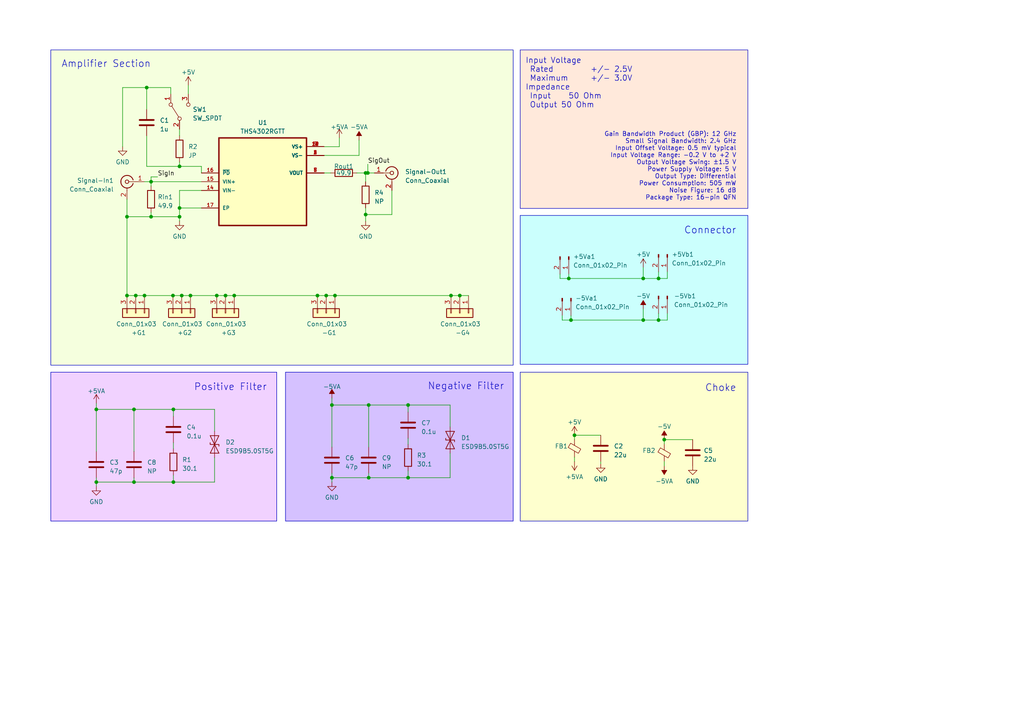
<source format=kicad_sch>
(kicad_sch (version 20250114) (generator "eeschema") (generator_version "9.0")
  (paper "A4")
  (title_block (title "RF Amplifier Based on The TI THS4302") (date "2024-03-24") (rev "1.0"))
  (lib_symbols
    (symbol "Connector:Conn_01x02_Pin" (pin_names (offset 1.016) (hide yes))
      (property "Reference" "J" (at 0 2.54 0))
      (property "Value" "Conn_01x02_Pin" (at 0 -5.08 0))
      (symbol "Conn_01x02_Pin_1_1"
        (rectangle (start 0.8636 0.127) (end 0 -0.127) (stroke (width 0.1524)) (fill (type outline)))
        (rectangle (start 0.8636 -2.413) (end 0 -2.667) (stroke (width 0.1524)) (fill (type outline)))
        (polyline (pts (xy 1.27 0) (xy 0.8636 0)) (stroke (width 0.1524)))
        (polyline (pts (xy 1.27 -2.54) (xy 0.8636 -2.54)) (stroke (width 0.1524)))
        (pin passive line (at 5.08 0 180) (length 3.81) (name "Pin_1") (number "1"))
        (pin passive line (at 5.08 -2.54 180) (length 3.81) (name "Pin_2") (number "2"))
      )
    )
    (symbol "Connector:Conn_Coaxial" (pin_names (offset 1.016) (hide yes))
      (property "Reference" "J" (at 0.254 3.048 0))
      (property "Value" "Conn_Coaxial" (at 2.921 0 90))
      (symbol "Conn_Coaxial_0_1"
        (polyline (pts (xy -2.54 0) (xy -0.508 0)))
        (arc (start 1.778 0) (mid 0.222 -1.8079) (end -1.778 -0.508) (stroke (width 0.254)))
        (arc (start -1.778 0.508) (mid 0.2221 1.8084) (end 1.778 0) (stroke (width 0.254)))
        (circle (center 0 0) (radius 0.508) (stroke (width 0.2032)))
        (polyline (pts (xy 0 -2.54) (xy 0 -1.778)))
      )
      (symbol "Conn_Coaxial_1_1"
        (pin passive line (at -5.08 0 0) (length 2.54) (name "In") (number "1"))
        (pin passive line (at 0 -5.08 90) (length 2.54) (name "Ext") (number "2"))
      )
    )
    (symbol "Connector_Generic:Conn_01x03" (pin_names (offset 1.016) (hide yes))
      (property "Reference" "J" (at 0 5.08 0))
      (property "Value" "Conn_01x03" (at 0 -5.08 0))
      (symbol "Conn_01x03_1_1"
        (rectangle (start -1.27 3.81) (end 1.27 -3.81) (stroke (width 0.254)) (fill (type background)))
        (rectangle (start -1.27 2.667) (end 0 2.413) (stroke (width 0.1524)))
        (rectangle (start -1.27 0.127) (end 0 -0.127) (stroke (width 0.1524)))
        (rectangle (start -1.27 -2.413) (end 0 -2.667) (stroke (width 0.1524)))
        (pin passive line (at -5.08 2.54 0) (length 3.81) (name "Pin_1") (number "1"))
        (pin passive line (at -5.08 0 0) (length 3.81) (name "Pin_2") (number "2"))
        (pin passive line (at -5.08 -2.54 0) (length 3.81) (name "Pin_3") (number "3"))
      )
    )
    (symbol "Device:C" (pin_numbers (hide yes)) (pin_names (offset 0.254))
      (property "Reference" "C" (at 0.635 2.54 0))
      (property "Value" "C" (at 0.635 -2.54 0))
      (symbol "C_0_1"
        (polyline (pts (xy -2.032 0.762) (xy 2.032 0.762)) (stroke (width 0.508)))
        (polyline (pts (xy -2.032 -0.762) (xy 2.032 -0.762)) (stroke (width 0.508)))
      )
      (symbol "C_1_1"
        (pin passive line (at 0 3.81 270) (length 2.794) (name "~") (number "1"))
        (pin passive line (at 0 -3.81 90) (length 2.794) (name "~") (number "2"))
      )
    )
    (symbol "Device:FerriteBead_Small" (pin_numbers (hide yes)) (pin_names (offset 0))
      (property "Reference" "FB" (at 1.905 1.27 0))
      (property "Value" "FerriteBead_Small" (at 1.905 -1.27 0))
      (symbol "FerriteBead_Small_0_1"
        (polyline (pts (xy -1.8288 0.2794) (xy -1.1176 1.4986) (xy 1.8288 -0.2032) (xy 1.1176 -1.4224) (xy -1.8288 0.2794)))
        (polyline (pts (xy 0 0.889) (xy 0 1.2954)))
        (polyline (pts (xy 0 -1.27) (xy 0 -0.7874)))
      )
      (symbol "FerriteBead_Small_1_1"
        (pin passive line (at 0 2.54 270) (length 1.27) (name "~") (number "1"))
        (pin passive line (at 0 -2.54 90) (length 1.27) (name "~") (number "2"))
      )
    )
    (symbol "Device:R" (pin_numbers (hide yes)) (pin_names (offset 0))
      (property "Reference" "R" (at 2.032 0 90))
      (property "Value" "R" (at 0 0 90))
      (symbol "R_0_1"
        (rectangle (start -1.016 -2.54) (end 1.016 2.54) (stroke (width 0.254)))
      )
      (symbol "R_1_1"
        (pin passive line (at 0 3.81 270) (length 1.27) (name "~") (number "1"))
        (pin passive line (at 0 -3.81 90) (length 1.27) (name "~") (number "2"))
      )
    )
    (symbol "Diode:ESD9B5.0ST5G" (pin_numbers (hide yes)) (pin_names (offset 1.016) (hide yes))
      (property "Reference" "D" (at 0 2.54 0))
      (property "Value" "ESD9B5.0ST5G" (at 0 -2.54 0))
      (symbol "ESD9B5.0ST5G_0_1"
        (polyline (pts (xy -2.54 -1.27) (xy 0 0) (xy -2.54 1.27) (xy -2.54 -1.27)) (stroke (width 0.2032)))
        (polyline (pts (xy 0.508 1.27) (xy 0 1.27) (xy 0 -1.27) (xy -0.508 -1.27)) (stroke (width 0.2032)))
        (polyline (pts (xy 1.27 0) (xy -1.27 0)))
        (polyline (pts (xy 2.54 1.27) (xy 2.54 -1.27) (xy 0 0) (xy 2.54 1.27)) (stroke (width 0.2032)))
      )
      (symbol "ESD9B5.0ST5G_1_1"
        (pin passive line (at -3.81 0 0) (length 2.54) (name "A1") (number "1"))
        (pin passive line (at 3.81 0 180) (length 2.54) (name "A2") (number "2"))
      )
    )
    (symbol "Switch:SW_SPDT" (pin_names (offset 0) (hide yes))
      (property "Reference" "SW" (at 0 4.318 0))
      (property "Value" "SW_SPDT" (at 0 -5.08 0))
      (symbol "SW_SPDT_0_0"
        (circle (center -2.032 0) (radius 0.508))
        (circle (center 2.032 -2.54) (radius 0.508))
      )
      (symbol "SW_SPDT_0_1"
        (polyline (pts (xy -1.524 0.254) (xy 1.651 2.286)))
        (circle (center 2.032 2.54) (radius 0.508))
      )
      (symbol "SW_SPDT_1_1"
        (pin passive line (at -5.08 0 0) (length 2.54) (name "B") (number "2"))
        (pin passive line (at 5.08 2.54 180) (length 2.54) (name "A") (number "1"))
        (pin passive line (at 5.08 -2.54 180) (length 2.54) (name "C") (number "3"))
      )
    )
    (symbol "THS4302RGTT:THS4302RGTT" (pin_names (offset 1.016))
      (property "Reference" "U" (at -12.7 13.7 0))
      (property "Value" "THS4302RGTT" (at -12.7 -16.7 0))
      (symbol "THS4302RGTT_0_0"
        (rectangle (start -12.7 -12.7) (end 12.7 12.7) (stroke (width 0.41)) (fill (type background)))
        (pin input line (at -17.78 2.54 0) (length 5.08) (name "~{PD}") (number "16"))
        (pin input line (at -17.78 0 0) (length 5.08) (name "VIN+") (number "15"))
        (pin input line (at -17.78 -2.54 0) (length 5.08) (name "VIN-") (number "14"))
        (pin bidirectional line (at -17.78 -7.62 0) (length 5.08) (name "EP") (number "17"))
        (pin power_in line (at 17.78 10.16 180) (length 5.08) (name "VS+") (number "10"))
        (pin power_in line (at 17.78 10.16 180) (length 5.08) (name "VS+") (number "11"))
        (pin power_in line (at 17.78 10.16 180) (length 5.08) (name "VS+") (number "12"))
        (pin power_in line (at 17.78 10.16 180) (length 5.08) (name "VS+") (number "9"))
        (pin power_in line (at 17.78 7.62 180) (length 5.08) (name "VS-") (number "1"))
        (pin power_in line (at 17.78 7.62 180) (length 5.08) (name "VS-") (number "2"))
        (pin power_in line (at 17.78 7.62 180) (length 5.08) (name "VS-") (number "3"))
        (pin power_in line (at 17.78 7.62 180) (length 5.08) (name "VS-") (number "4"))
        (pin output line (at 17.78 2.54 180) (length 5.08) (name "VOUT") (number "5"))
        (pin output line (at 17.78 2.54 180) (length 5.08) (name "VOUT") (number "6"))
        (pin output line (at 17.78 2.54 180) (length 5.08) (name "VOUT") (number "7"))
        (pin output line (at 17.78 2.54 180) (length 5.08) (name "VOUT") (number "8"))
      )
    )
    (symbol "power:+5V" (power) (pin_names (offset 0))
      (property "Value" "+5V" (at 0 3.556 0))
      (symbol "+5V_0_1"
        (polyline (pts (xy -0.762 1.27) (xy 0 2.54)))
        (polyline (pts (xy 0 2.54) (xy 0.762 1.27)))
        (polyline (pts (xy 0 0) (xy 0 2.54)))
      )
      (symbol "+5V_1_1"
        (pin power_in line (at 0 0 90) (length 0) (hide yes) (name "+5V") (number "1"))
      )
    )
    (symbol "power:+5VA" (power) (pin_names (offset 0))
      (property "Value" "+5VA" (at 0 3.556 0))
      (symbol "+5VA_0_1"
        (polyline (pts (xy -0.762 1.27) (xy 0 2.54)))
        (polyline (pts (xy 0 2.54) (xy 0.762 1.27)))
        (polyline (pts (xy 0 0) (xy 0 2.54)))
      )
      (symbol "+5VA_1_1"
        (pin power_in line (at 0 0 90) (length 0) (hide yes) (name "+5VA") (number "1"))
      )
    )
    (symbol "power:-5V" (power) (pin_names (offset 0))
      (property "Value" "-5V" (at 0 3.81 0))
      (symbol "-5V_0_0"
        (pin power_in line (at 0 0 90) (length 0) (hide yes) (name "-5V") (number "1"))
      )
      (symbol "-5V_0_1"
        (polyline (pts (xy 0 0) (xy 0 1.27) (xy 0.762 1.27) (xy 0 2.54) (xy -0.762 1.27) (xy 0 1.27)) (fill (type outline)))
      )
    )
    (symbol "power:-5VA" (power) (pin_names (offset 0))
      (property "Value" "-5VA" (at 0 3.81 0))
      (symbol "-5VA_0_0"
        (pin power_in line (at 0 0 90) (length 0) (hide yes) (name "-5VA") (number "1"))
      )
      (symbol "-5VA_0_1"
        (polyline (pts (xy 0 0) (xy 0 1.27) (xy 0.762 1.27) (xy 0 2.54) (xy -0.762 1.27) (xy 0 1.27)) (fill (type outline)))
      )
    )
    (symbol "power:GND" (power) (pin_names (offset 0))
      (property "Value" "GND" (at 0 -3.81 0))
      (symbol "GND_0_1"
        (polyline (pts (xy 0 0) (xy 0 -1.27) (xy 1.27 -1.27) (xy 0 -2.54) (xy -1.27 -1.27) (xy 0 -1.27)))
      )
      (symbol "GND_1_1"
        (pin power_in line (at 0 0 270) (length 0) (hide yes) (name "GND") (number "1"))
      )
    )
  )
  (rectangle (start 14.732 107.95) (end 80.264 151.13) (fill (type color) (color 206 103 255 0.3)))
  (rectangle (start 150.876 14.478) (end 216.916 60.452) (fill (type color) (color 255 181 136 0.3)))
  (rectangle (start 150.876 107.95) (end 216.916 151.13) (fill (type color) (color 251 255 92 0.3)))
  (rectangle (start 82.804 107.95) (end 148.844 151.13) (fill (type color) (color 113 48 255 0.3)))
  (rectangle (start 14.732 14.478) (end 148.844 105.918) (fill (type color) (color 222 255 143 0.3)))
  (rectangle (start 150.876 62.484) (end 216.916 105.664) (fill (type color) (color 83 255 247 0.3)))
  (text "Positive Filter" (at 77.47 113.538 0) (effects (font (size 2 2)) (justify right bottom)))
  (text "Amplifier Section" (at 17.78 19.812 0) (effects (font (size 2 2)) (justify left bottom)))
  (text "Input Voltage\n Rated 		+/- 2.5V\n Maximum	+/- 3.0V \nImpedance\n Input 	50 Ohm\n Output 50 Ohm" (at 152.4 31.496 0) (effects (font (size 1.6 1.6)) (justify left bottom)))
  (text "Choke" (at 213.614 113.792 0) (effects (font (size 2 2)) (justify right bottom)))
  (text "Negative Filter" (at 146.304 113.284 0) (effects (font (size 2 2)) (justify right bottom)))
  (text "Connector" (at 213.614 68.072 0) (effects (font (size 2 2)) (justify right bottom)))
  (text "Gain Bandwidth Product (GBP): 12 GHz\nSmall Signal Bandwidth: 2.4 GHz\nInput Offset Voltage: 0.5 mV typical\nInput Voltage Range: -0.2 V to +2 V\nOutput Voltage Swing: ±1.5 V\nPower Supply Voltage: 5 V\nOutput Type: Differential\nPower Consumption: 505 mW\nNoise Figure: 16 dB\nPackage Type: 16-pin QFN" (at 213.614 58.166 0) (effects (font (size 1.27 1.27)) (justify right bottom)))
  (junction (at 97.155 85.725))
  (junction (at 106.934 138.557))
  (junction (at 191.008 92.837))
  (junction (at 52.07 48.26))
  (junction (at 36.83 85.725))
  (junction (at 192.659 127.508))
  (junction (at 27.94 118.745))
  (junction (at 50.292 118.745))
  (junction (at 38.862 139.827))
  (junction (at 27.94 139.827))
  (junction (at 39.37 85.725))
  (junction (at 43.815 52.705))
  (junction (at 118.364 138.557))
  (junction (at 106.045 50.165))
  (junction (at 43.815 62.865))
  (junction (at 106.68 50.165))
  (junction (at 92.075 85.725))
  (junction (at 52.705 85.725))
  (junction (at 96.266 138.557))
  (junction (at 186.563 80.772))
  (junction (at 133.35 85.725))
  (junction (at 50.292 139.827))
  (junction (at 50.165 85.725))
  (junction (at 106.934 117.475))
  (junction (at 191.008 80.772))
  (junction (at 186.563 92.837))
  (junction (at 38.862 118.745))
  (junction (at 94.615 85.725))
  (junction (at 41.91 85.725))
  (junction (at 118.364 117.475))
  (junction (at 67.945 85.725))
  (junction (at 52.07 60.325))
  (junction (at 65.405 85.725))
  (junction (at 55.245 85.725))
  (junction (at 130.81 85.725))
  (junction (at 96.266 117.475))
  (junction (at 164.973 80.772))
  (junction (at 165.608 92.837))
  (junction (at 42.545 25.4))
  (junction (at 62.865 85.725))
  (junction (at 36.83 62.865))
  (junction (at 166.624 126.238))
  (junction (at 52.07 62.865))
  (junction (at 106.045 62.23))
  (wire (pts (xy 49.53 27.305) (xy 49.53 25.4)))
  (wire (pts (xy 118.364 127.127) (xy 118.364 128.905)))
  (wire (pts (xy 27.94 116.967) (xy 27.94 118.745)))
  (wire (pts (xy 36.83 85.725) (xy 39.37 85.725)))
  (wire (pts (xy 118.364 117.475) (xy 118.364 119.507)))
  (wire (pts (xy 193.548 90.932) (xy 193.548 92.837)))
  (wire (pts (xy 92.075 85.725) (xy 94.615 85.725)))
  (wire (pts (xy 193.548 80.772) (xy 191.008 80.772)))
  (wire (pts (xy 36.83 62.865) (xy 43.815 62.865)))
  (wire (pts (xy 166.624 132.588) (xy 166.624 133.858)))
  (wire (pts (xy 50.292 118.745) (xy 62.23 118.745)))
  (wire (pts (xy 55.245 85.725) (xy 62.865 85.725)))
  (wire (pts (xy 38.862 139.827) (xy 50.292 139.827)))
  (wire (pts (xy 62.23 139.827) (xy 50.292 139.827)))
  (wire (pts (xy 96.266 138.557) (xy 106.934 138.557)))
  (wire (pts (xy 36.83 57.785) (xy 36.83 62.865)))
  (wire (pts (xy 52.07 60.325) (xy 58.42 60.325)))
  (wire (pts (xy 52.705 85.725) (xy 55.245 85.725)))
  (wire (pts (xy 106.934 138.557) (xy 118.364 138.557)))
  (wire (pts (xy 50.165 85.725) (xy 52.705 85.725)))
  (wire (pts (xy 43.815 51.308) (xy 43.815 52.705)))
  (wire (pts (xy 62.23 132.715) (xy 62.23 139.827)))
  (wire (pts (xy 165.608 92.837) (xy 186.563 92.837)))
  (wire (pts (xy 38.862 118.745) (xy 50.292 118.745)))
  (wire (pts (xy 106.934 137.287) (xy 106.934 138.557)))
  (wire (pts (xy 94.615 85.725) (xy 97.155 85.725)))
  (wire (pts (xy 27.94 138.557) (xy 27.94 139.827)))
  (wire (pts (xy 192.659 127.508) (xy 200.914 127.508)))
  (wire (pts (xy 106.68 47.625) (xy 106.68 50.165)))
  (wire (pts (xy 41.91 85.725) (xy 50.165 85.725)))
  (wire (pts (xy 98.425 40.005) (xy 98.425 42.545)))
  (wire (pts (xy 106.045 50.165) (xy 106.68 50.165)))
  (wire (pts (xy 174.244 133.858) (xy 174.244 134.493)))
  (wire (pts (xy 27.94 118.745) (xy 38.862 118.745)))
  (wire (pts (xy 52.07 46.99) (xy 52.07 48.26)))
  (wire (pts (xy 165.608 91.567) (xy 165.608 92.837)))
  (wire (pts (xy 166.624 126.238) (xy 174.244 126.238)))
  (wire (pts (xy 93.98 50.165) (xy 95.885 50.165)))
  (wire (pts (xy 50.292 128.397) (xy 50.292 130.175)))
  (wire (pts (xy 43.815 62.865) (xy 52.07 62.865)))
  (wire (pts (xy 163.068 91.567) (xy 163.068 92.837)))
  (wire (pts (xy 58.42 48.26) (xy 52.07 48.26)))
  (wire (pts (xy 62.23 125.095) (xy 62.23 118.745)))
  (wire (pts (xy 130.556 131.445) (xy 130.556 138.557)))
  (wire (pts (xy 113.665 55.245) (xy 113.665 62.23)))
  (wire (pts (xy 38.862 118.745) (xy 38.862 130.937)))
  (wire (pts (xy 106.68 50.165) (xy 108.585 50.165)))
  (wire (pts (xy 103.505 50.165) (xy 106.045 50.165)))
  (wire (pts (xy 186.563 80.772) (xy 191.008 80.772)))
  (wire (pts (xy 192.659 133.858) (xy 192.659 135.128)))
  (wire (pts (xy 42.545 25.4) (xy 42.545 31.75)))
  (wire (pts (xy 118.364 136.525) (xy 118.364 138.557)))
  (wire (pts (xy 45.72 51.308) (xy 43.815 51.308)))
  (wire (pts (xy 164.973 79.502) (xy 164.973 80.772)))
  (wire (pts (xy 193.548 78.867) (xy 193.548 80.772)))
  (wire (pts (xy 186.563 92.837) (xy 191.008 92.837)))
  (wire (pts (xy 162.433 79.502) (xy 162.433 80.772)))
  (wire (pts (xy 41.91 52.705) (xy 43.815 52.705)))
  (wire (pts (xy 50.292 118.745) (xy 50.292 120.777)))
  (wire (pts (xy 27.94 118.745) (xy 27.94 130.937)))
  (wire (pts (xy 39.37 85.725) (xy 41.91 85.725)))
  (wire (pts (xy 38.862 138.557) (xy 38.862 139.827)))
  (wire (pts (xy 104.14 45.085) (xy 93.98 45.085)))
  (wire (pts (xy 133.35 85.725) (xy 135.89 85.725)))
  (wire (pts (xy 191.008 90.932) (xy 191.008 92.837)))
  (wire (pts (xy 192.659 127.508) (xy 192.659 128.778)))
  (wire (pts (xy 27.94 139.827) (xy 27.94 141.097)))
  (wire (pts (xy 96.266 138.557) (xy 96.266 139.827)))
  (wire (pts (xy 67.945 85.725) (xy 92.075 85.725)))
  (wire (pts (xy 52.07 62.865) (xy 52.07 64.135)))
  (wire (pts (xy 104.14 40.64) (xy 104.14 45.085)))
  (wire (pts (xy 98.425 42.545) (xy 93.98 42.545)))
  (wire (pts (xy 166.624 126.238) (xy 166.624 127.508)))
  (wire (pts (xy 106.934 117.475) (xy 118.364 117.475)))
  (wire (pts (xy 49.53 25.4) (xy 42.545 25.4)))
  (wire (pts (xy 96.266 117.475) (xy 96.266 129.667)))
  (wire (pts (xy 96.266 115.443) (xy 96.266 117.475)))
  (wire (pts (xy 186.563 89.662) (xy 186.563 92.837)))
  (wire (pts (xy 96.266 117.475) (xy 106.934 117.475)))
  (wire (pts (xy 191.008 92.837) (xy 193.548 92.837)))
  (wire (pts (xy 38.862 139.827) (xy 27.94 139.827)))
  (wire (pts (xy 35.56 25.4) (xy 35.56 42.545)))
  (wire (pts (xy 118.364 117.475) (xy 130.556 117.475)))
  (wire (pts (xy 130.556 123.825) (xy 130.556 117.475)))
  (wire (pts (xy 130.81 85.725) (xy 133.35 85.725)))
  (wire (pts (xy 106.934 129.667) (xy 106.934 117.475)))
  (wire (pts (xy 54.61 24.765) (xy 54.61 27.305)))
  (wire (pts (xy 65.405 85.725) (xy 67.945 85.725)))
  (wire (pts (xy 50.292 137.795) (xy 50.292 139.827)))
  (wire (pts (xy 130.556 138.557) (xy 118.364 138.557)))
  (wire (pts (xy 52.07 55.245) (xy 58.42 55.245)))
  (wire (pts (xy 42.545 39.37) (xy 42.545 48.26)))
  (wire (pts (xy 106.045 62.23) (xy 106.045 64.135)))
  (wire (pts (xy 164.973 80.772) (xy 162.433 80.772)))
  (wire (pts (xy 113.665 62.23) (xy 106.045 62.23)))
  (wire (pts (xy 164.973 80.772) (xy 186.563 80.772)))
  (wire (pts (xy 106.045 50.165) (xy 106.045 52.705)))
  (wire (pts (xy 52.07 60.325) (xy 52.07 55.245)))
  (wire (pts (xy 62.865 85.725) (xy 65.405 85.725)))
  (wire (pts (xy 97.155 85.725) (xy 130.81 85.725)))
  (wire (pts (xy 52.07 37.465) (xy 52.07 39.37)))
  (wire (pts (xy 36.83 62.865) (xy 36.83 85.725)))
  (wire (pts (xy 191.008 78.867) (xy 191.008 80.772)))
  (wire (pts (xy 43.815 53.975) (xy 43.815 52.705)))
  (wire (pts (xy 42.545 25.4) (xy 35.56 25.4)))
  (wire (pts (xy 52.07 60.325) (xy 52.07 62.865)))
  (wire (pts (xy 43.815 61.595) (xy 43.815 62.865)))
  (wire (pts (xy 43.815 52.705) (xy 58.42 52.705)))
  (wire (pts (xy 42.545 48.26) (xy 52.07 48.26)))
  (wire (pts (xy 186.563 77.597) (xy 186.563 80.772)))
  (wire (pts (xy 106.045 60.325) (xy 106.045 62.23)))
  (wire (pts (xy 163.068 92.837) (xy 165.608 92.837)))
  (wire (pts (xy 96.266 137.287) (xy 96.266 138.557)))
  (wire (pts (xy 58.42 48.26) (xy 58.42 50.165)))
  (label "SigOut" (at 106.68 47.625 0))
  (label "SigIn" (at 45.72 51.308 0))
  (symbol (lib_id "Switch:SW_SPDT") (at 52.07 32.385 90) (unit 1)
    (property "Reference" "SW1" (at 55.88 31.75 90) (effects (justify right)))
    (property "Value" "SW_SPDT" (at 55.88 34.29 90) (effects (justify right)))
    (property "Footprint" "RF-Project:SPDT-Long-SMD" (effects (hide yes)))
  )
  (symbol (lib_id "Device:R") (at 118.364 132.715 0) (unit 1)
    (property "Reference" "R3" (at 120.904 132.08 0) (effects (justify left)))
    (property "Value" "30.1" (at 120.904 134.62 0) (effects (justify left)))
    (property "Footprint" "Resistor_SMD:R_0402_1005Metric_Pad0.72x0.64mm_HandSolder" (effects (hide yes)))
  )
  (symbol (lib_id "Diode:ESD9B5.0ST5G") (at 62.23 128.905 90) (unit 1)
    (property "Reference" "D2" (at 65.405 128.27 90) (effects (justify right)))
    (property "Value" "ESD9B5.0ST5G" (at 65.405 130.81 90) (effects (justify right)))
    (property "Footprint" "Resistor_SMD:R_0402_1005Metric_Pad0.72x0.64mm_HandSolder" (effects (hide yes)))
    (property "Datasheet" "https://www.onsemi.com/pub/Collateral/ESD9B-D.PDF" (effects (hide yes)))
  )
  (symbol (lib_id "power:-5VA") (at 96.266 115.443 0) (unit 1)
    (property "Reference" "#PWR08" (effects (hide yes)))
    (property "Value" "-5VA" (at 96.266 112.141 0))
  )
  (symbol (lib_id "Connector:Conn_Coaxial") (at 113.665 50.165 0) (unit 1)
    (property "Reference" "Signal-Out1" (at 117.475 49.8232 0) (effects (justify left)))
    (property "Value" "Conn_Coaxial" (at 117.475 52.3632 0) (effects (justify left)))
    (property "Footprint" "Connector_Coaxial:SMA_Samtec_SMA-J-P-X-ST-EM1_EdgeMount" (effects (hide yes)))
    (property "Datasheet" " ~" (effects (hide yes)))
  )
  (symbol (lib_id "Device:C") (at 106.934 133.477 0) (unit 1)
    (property "Reference" "C9" (at 110.744 132.842 0) (effects (justify left)))
    (property "Value" "NP" (at 110.744 135.382 0) (effects (justify left)))
    (property "Footprint" "Capacitor_SMD:C_0402_1005Metric_Pad0.74x0.62mm_HandSolder" (effects (hide yes)))
  )
  (symbol (lib_id "power:-5V") (at 186.563 89.662 0) (unit 1)
    (property "Reference" "#PWR04" (effects (hide yes)))
    (property "Value" "-5V" (at 186.563 85.852 0))
  )
  (symbol (lib_id "power:GND") (at 106.045 64.135 0) (unit 1)
    (property "Reference" "#PWR010" (effects (hide yes)))
    (property "Value" "GND" (at 106.045 68.58 0))
  )
  (symbol (lib_id "power:+5V") (at 54.61 24.765 0) (unit 1)
    (property "Reference" "#PWR05" (effects (hide yes)))
    (property "Value" "+5V" (at 54.61 20.955 0))
  )
  (symbol (lib_id "power:GND") (at 27.94 141.097 0) (unit 1)
    (property "Reference" "#PWR06" (effects (hide yes)))
    (property "Value" "GND" (at 27.94 145.542 0))
  )
  (symbol (lib_id "Connector:Conn_01x02_Pin") (at 165.608 86.487 270) (unit 1)
    (property "Reference" "-5Va1" (at 166.878 86.487 90) (effects (justify left)))
    (property "Value" "Conn_01x02_Pin" (at 166.878 89.027 90) (effects (justify left)))
    (property "Footprint" "Connector_PinHeader_2.54mm:PinHeader_1x02_P2.54mm_Vertical" (effects (hide yes)))
  )
  (symbol (lib_id "Connector_Generic:Conn_01x03") (at 94.615 90.805 270) (unit 1)
    (property "Reference" "-G1" (at 93.345 96.52 90) (effects (justify left)))
    (property "Value" "Conn_01x03" (at 88.9 93.98 90) (effects (justify left)))
    (property "Footprint" "Connector_PinHeader_2.54mm:PinHeader_1x03_P2.54mm_Vertical" (effects (hide yes)))
  )
  (symbol (lib_id "Diode:ESD9B5.0ST5G") (at 130.556 127.635 90) (unit 1)
    (property "Reference" "D1" (at 133.731 127 90) (effects (justify right)))
    (property "Value" "ESD9B5.0ST5G" (at 133.731 129.54 90) (effects (justify right)))
    (property "Footprint" "Resistor_SMD:R_0402_1005Metric_Pad0.72x0.64mm_HandSolder" (effects (hide yes)))
    (property "Datasheet" "https://www.onsemi.com/pub/Collateral/ESD9B-D.PDF" (effects (hide yes)))
  )
  (symbol (lib_id "Device:C") (at 42.545 35.56 0) (unit 1)
    (property "Reference" "C1" (at 46.355 34.925 0) (effects (justify left)))
    (property "Value" "1u" (at 46.355 37.465 0) (effects (justify left)))
    (property "Footprint" "Capacitor_SMD:C_0603_1608Metric_Pad1.08x0.95mm_HandSolder" (effects (hide yes)))
  )
  (symbol (lib_id "Device:C") (at 118.364 123.317 0) (unit 1)
    (property "Reference" "C7" (at 122.174 122.682 0) (effects (justify left)))
    (property "Value" "0.1u" (at 122.174 125.222 0) (effects (justify left)))
    (property "Footprint" "Capacitor_SMD:C_0402_1005Metric_Pad0.74x0.62mm_HandSolder" (effects (hide yes)))
  )
  (symbol (lib_id "Connector:Conn_01x02_Pin") (at 193.548 85.852 270) (unit 1)
    (property "Reference" "-5Vb1" (at 195.453 85.852 90) (effects (justify left)))
    (property "Value" "Conn_01x02_Pin" (at 195.453 88.392 90) (effects (justify left)))
    (property "Footprint" "Connector_PinHeader_2.54mm:PinHeader_1x02_P2.54mm_Vertical" (effects (hide yes)))
  )
  (symbol (lib_id "power:-5VA") (at 192.659 135.128 180) (unit 1)
    (property "Reference" "#PWR011" (effects (hide yes)))
    (property "Value" "-5VA" (at 192.659 139.573 0))
  )
  (symbol (lib_id "Device:R") (at 43.815 57.785 0) (unit 1)
    (property "Reference" "Rin1" (at 45.72 57.15 0) (effects (justify left)))
    (property "Value" "49.9" (at 45.72 59.69 0) (effects (justify left)))
    (property "Footprint" "Resistor_SMD:R_0603_1608Metric" (effects (hide yes)))
  )
  (symbol (lib_id "power:GND") (at 52.07 64.135 0) (unit 1)
    (property "Reference" "#PWR01" (effects (hide yes)))
    (property "Value" "GND" (at 52.07 68.58 0))
  )
  (symbol (lib_id "Connector_Generic:Conn_01x03") (at 39.37 90.805 270) (unit 1)
    (property "Reference" "+G1" (at 38.1 96.52 90) (effects (justify left)))
    (property "Value" "Conn_01x03" (at 33.655 93.98 90) (effects (justify left)))
    (property "Footprint" "Connector_PinHeader_2.54mm:PinHeader_1x03_P2.54mm_Vertical" (effects (hide yes)))
  )
  (symbol (lib_id "power:+5V") (at 186.563 77.597 0) (unit 1)
    (property "Reference" "#PWR03" (effects (hide yes)))
    (property "Value" "+5V" (at 186.563 73.787 0))
  )
  (symbol (lib_id "Device:C") (at 174.244 130.048 0) (unit 1)
    (property "Reference" "C2" (at 178.054 129.413 0) (effects (justify left)))
    (property "Value" "22u" (at 178.054 131.953 0) (effects (justify left)))
    (property "Footprint" "Capacitor_SMD:C_0603_1608Metric_Pad1.08x0.95mm_HandSolder" (effects (hide yes)))
  )
  (symbol (lib_id "power:+5VA") (at 166.624 133.858 180) (unit 1)
    (property "Reference" "#PWR012" (effects (hide yes)))
    (property "Value" "+5VA" (at 166.624 138.303 0))
  )
  (symbol (lib_id "Device:FerriteBead_Small") (at 192.659 131.318 180) (unit 1)
    (property "Reference" "FB2" (at 190.119 130.683 0) (effects (justify left)))
    (property "Value" "FerriteBead_Small" (effects (hide yes)))
    (property "Footprint" "Resistor_SMD:R_1206_3216Metric_Pad1.30x1.75mm_HandSolder" (effects (hide yes)))
  )
  (symbol (lib_id "Connector_Generic:Conn_01x03") (at 65.405 90.805 270) (unit 1)
    (property "Reference" "+G3" (at 64.135 96.52 90) (effects (justify left)))
    (property "Value" "Conn_01x03" (at 59.69 93.98 90) (effects (justify left)))
    (property "Footprint" "Connector_PinHeader_2.54mm:PinHeader_1x03_P2.54mm_Vertical" (effects (hide yes)))
  )
  (symbol (lib_id "Device:R") (at 52.07 43.18 0) (unit 1)
    (property "Reference" "R2" (at 54.61 42.545 0) (effects (justify left)))
    (property "Value" "JP" (at 54.61 45.085 0) (effects (justify left)))
    (property "Footprint" "Resistor_SMD:R_0402_1005Metric" (effects (hide yes)))
  )
  (symbol (lib_id "Device:C") (at 200.914 131.318 0) (unit 1)
    (property "Reference" "C5" (at 204.089 130.683 0) (effects (justify left)))
    (property "Value" "22u" (at 204.089 133.223 0) (effects (justify left)))
    (property "Footprint" "Capacitor_SMD:C_0603_1608Metric_Pad1.08x0.95mm_HandSolder" (effects (hide yes)))
  )
  (symbol (lib_id "power:-5V") (at 192.659 127.508 0) (unit 1)
    (property "Reference" "#PWR014" (effects (hide yes)))
    (property "Value" "-5V" (at 192.659 123.698 0))
  )
  (symbol (lib_id "Connector:Conn_01x02_Pin") (at 193.548 73.787 270) (unit 1)
    (property "Reference" "+5Vb1" (at 194.818 73.787 90) (effects (justify left)))
    (property "Value" "Conn_01x02_Pin" (at 194.818 76.327 90) (effects (justify left)))
    (property "Footprint" "Connector_PinHeader_2.54mm:PinHeader_1x02_P2.54mm_Vertical" (effects (hide yes)))
  )
  (symbol (lib_id "Connector_Generic:Conn_01x03") (at 133.35 90.805 270) (unit 1)
    (property "Reference" "-G4" (at 132.08 96.52 90) (effects (justify left)))
    (property "Value" "Conn_01x03" (at 127.635 93.98 90) (effects (justify left)))
    (property "Footprint" "Connector_PinHeader_2.54mm:PinHeader_1x03_P2.54mm_Vertical" (effects (hide yes)))
  )
  (symbol (lib_id "Device:R") (at 99.695 50.165 90) (unit 1)
    (property "Reference" "Rout1" (at 99.695 48.26 90))
    (property "Value" "49.9" (at 99.695 50.165 90))
    (property "Footprint" "Resistor_SMD:R_0603_1608Metric" (effects (hide yes)))
  )
  (symbol (lib_id "power:+5VA") (at 98.425 40.005 0) (unit 1)
    (property "Reference" "#PWR015" (effects (hide yes)))
    (property "Value" "+5VA" (at 98.425 36.83 0))
  )
  (symbol (lib_id "Device:C") (at 38.862 134.747 0) (unit 1)
    (property "Reference" "C8" (at 42.672 134.112 0) (effects (justify left)))
    (property "Value" "NP" (at 42.672 136.652 0) (effects (justify left)))
    (property "Footprint" "Capacitor_SMD:C_0402_1005Metric_Pad0.74x0.62mm_HandSolder" (effects (hide yes)))
  )
  (symbol (lib_id "power:-5VA") (at 104.14 40.64 0) (unit 1)
    (property "Reference" "#PWR016" (effects (hide yes)))
    (property "Value" "-5VA" (at 104.14 36.83 0))
  )
  (symbol (lib_id "Device:R") (at 106.045 56.515 0) (unit 1)
    (property "Reference" "R4" (at 108.585 55.88 0) (effects (justify left)))
    (property "Value" "NP" (at 108.585 58.42 0) (effects (justify left)))
    (property "Footprint" "Resistor_SMD:R_0603_1608Metric_Pad0.98x0.95mm_HandSolder" (effects (hide yes)))
  )
  (symbol (lib_id "power:GND") (at 35.56 42.545 0) (unit 1)
    (property "Reference" "#PWR02" (effects (hide yes)))
    (property "Value" "GND" (at 35.56 46.99 0))
  )
  (symbol (lib_id "THS4302RGTT:THS4302RGTT") (at 76.2 52.705 0) (unit 1)
    (property "Reference" "U1" (at 76.2 35.56 0))
    (property "Value" "THS4302RGTT" (at 76.2 38.1 0))
    (property "Footprint" "THS4302RGTT:QFN50P300X300X100-17N" (effects (hide yes)))
    (property "Description" "\n2.4GHz, Wideband Fixed Gain Amplifier\n" (effects (hide yes)))
    (property "MF" "Texas Instruments" (effects (hide yes)))
    (property "Package" "VQFN-16 Texas Instruments" (effects (hide yes)))
    (property "Price" "None" (effects (hide yes)))
    (property "SnapEDA_Link" "https://www.snapeda.com/parts/THS4302RGTT/Texas+Instruments/view-part/?ref=snap" (effects (hide yes)))
    (property "MP" "THS4302RGTT" (effects (hide yes)))
    (property "Availability" "In Stock" (effects (hide yes)))
    (property "Check_prices" "https://www.snapeda.com/parts/THS4302RGTT/Texas+Instruments/view-part/?ref=eda" (effects (hide yes)))
  )
  (symbol (lib_id "Device:C") (at 27.94 134.747 0) (unit 1)
    (property "Reference" "C3" (at 31.75 134.112 0) (effects (justify left)))
    (property "Value" "47p" (at 31.75 136.652 0) (effects (justify left)))
    (property "Footprint" "Capacitor_SMD:C_0402_1005Metric_Pad0.74x0.62mm_HandSolder" (effects (hide yes)))
  )
  (symbol (lib_id "Connector_Generic:Conn_01x03") (at 52.705 90.805 270) (unit 1)
    (property "Reference" "+G2" (at 51.435 96.52 90) (effects (justify left)))
    (property "Value" "Conn_01x03" (at 46.99 93.98 90) (effects (justify left)))
    (property "Footprint" "Connector_PinHeader_2.54mm:PinHeader_1x03_P2.54mm_Vertical" (effects (hide yes)))
  )
  (symbol (lib_id "power:GND") (at 200.914 135.128 0) (unit 1)
    (property "Reference" "#PWR018" (effects (hide yes)))
    (property "Value" "GND" (at 200.914 139.573 0))
  )
  (symbol (lib_id "Device:R") (at 50.292 133.985 0) (unit 1)
    (property "Reference" "R1" (at 52.832 133.35 0) (effects (justify left)))
    (property "Value" "30.1" (at 52.832 135.89 0) (effects (justify left)))
    (property "Footprint" "Resistor_SMD:R_0402_1005Metric_Pad0.72x0.64mm_HandSolder" (effects (hide yes)))
  )
  (symbol (lib_id "power:+5VA") (at 27.94 116.967 0) (unit 1)
    (property "Reference" "#PWR07" (effects (hide yes)))
    (property "Value" "+5VA" (at 27.94 113.411 0))
  )
  (symbol (lib_id "Device:FerriteBead_Small") (at 166.624 130.048 0) (unit 1)
    (property "Reference" "FB1" (at 160.909 129.413 0) (effects (justify left)))
    (property "Value" "FerriteBead_Small" (effects (hide yes)))
    (property "Footprint" "Resistor_SMD:R_1206_3216Metric_Pad1.30x1.75mm_HandSolder" (effects (hide yes)))
  )
  (symbol (lib_id "Connector:Conn_01x02_Pin") (at 164.973 74.422 270) (unit 1)
    (property "Reference" "+5Va1" (at 166.243 74.422 90) (effects (justify left)))
    (property "Value" "Conn_01x02_Pin" (at 166.243 76.962 90) (effects (justify left)))
    (property "Footprint" "Connector_PinHeader_2.54mm:PinHeader_1x02_P2.54mm_Vertical" (effects (hide yes)))
  )
  (symbol (lib_id "Connector:Conn_Coaxial") (at 36.83 52.705 0) (mirror y) (unit 1)
    (property "Reference" "Signal-In1" (at 33.02 52.3632 0) (effects (justify left)))
    (property "Value" "Conn_Coaxial" (at 33.02 54.9032 0) (effects (justify left)))
    (property "Footprint" "Connector_Coaxial:SMA_Samtec_SMA-J-P-X-ST-EM1_EdgeMount" (effects (hide yes)))
    (property "Datasheet" " ~" (effects (hide yes)))
  )
  (symbol (lib_id "Device:C") (at 96.266 133.477 0) (unit 1)
    (property "Reference" "C6" (at 100.076 132.842 0) (effects (justify left)))
    (property "Value" "47p" (at 100.076 135.382 0) (effects (justify left)))
    (property "Footprint" "Capacitor_SMD:C_0402_1005Metric_Pad0.74x0.62mm_HandSolder" (effects (hide yes)))
  )
  (symbol (lib_id "power:+5V") (at 166.624 126.238 0) (unit 1)
    (property "Reference" "#PWR013" (effects (hide yes)))
    (property "Value" "+5V" (at 166.624 122.428 0))
  )
  (symbol (lib_id "power:GND") (at 96.266 139.827 0) (unit 1)
    (property "Reference" "#PWR09" (effects (hide yes)))
    (property "Value" "GND" (at 96.266 144.272 0))
  )
  (symbol (lib_id "power:GND") (at 174.244 134.493 0) (unit 1)
    (property "Reference" "#PWR017" (effects (hide yes)))
    (property "Value" "GND" (at 174.244 138.938 0))
  )
  (symbol (lib_id "Device:C") (at 50.292 124.587 0) (unit 1)
    (property "Reference" "C4" (at 54.102 123.952 0) (effects (justify left)))
    (property "Value" "0.1u" (at 54.102 126.492 0) (effects (justify left)))
    (property "Footprint" "Capacitor_SMD:C_0402_1005Metric_Pad0.74x0.62mm_HandSolder" (effects (hide yes)))
  )
)
</source>
